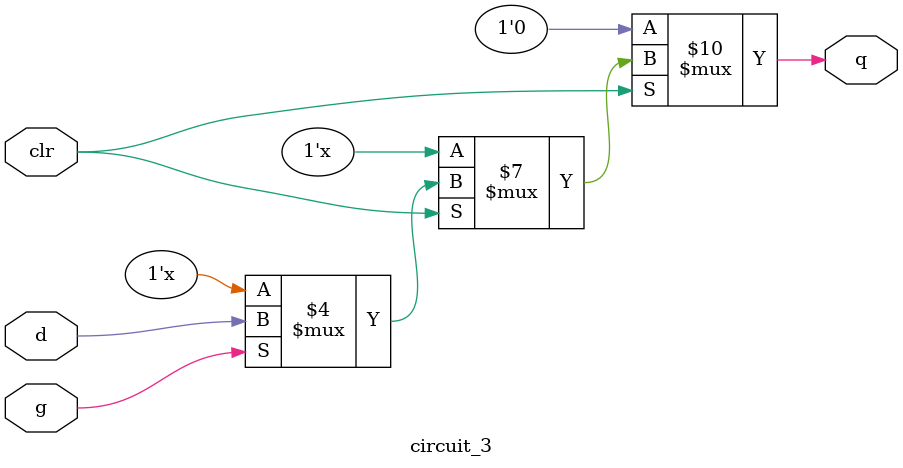
<source format=v>
module circuit_3(input d, g, clr, output reg q);
    always @(*) begin
        if(~clr)
            q = 0;
        else if(g)
            q = d;
    end
endmodule
</source>
